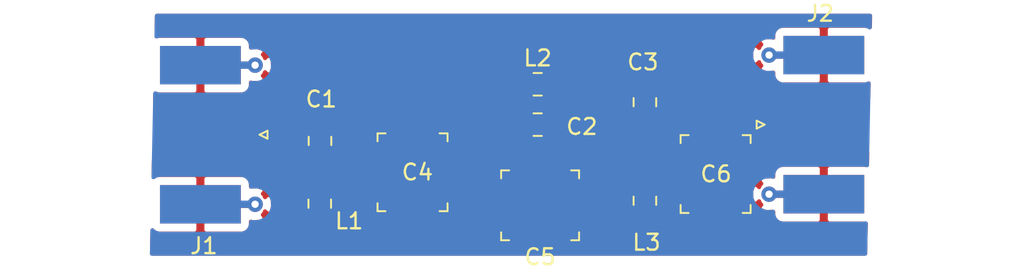
<source format=kicad_pcb>
(kicad_pcb (version 20171130) (host pcbnew "(5.0.2)-1")

  (general
    (thickness 1.6)
    (drawings 0)
    (tracks 35)
    (zones 0)
    (modules 11)
    (nets 6)
  )

  (page A4)
  (layers
    (0 F.Cu signal)
    (31 B.Cu signal)
    (32 B.Adhes user)
    (33 F.Adhes user)
    (34 B.Paste user)
    (35 F.Paste user)
    (36 B.SilkS user)
    (37 F.SilkS user)
    (38 B.Mask user)
    (39 F.Mask user)
    (40 Dwgs.User user)
    (41 Cmts.User user)
    (42 Eco1.User user)
    (43 Eco2.User user)
    (44 Edge.Cuts user)
    (45 Margin user)
    (46 B.CrtYd user)
    (47 F.CrtYd user)
    (48 B.Fab user)
    (49 F.Fab user)
  )

  (setup
    (last_trace_width 0.25)
    (trace_clearance 0.2)
    (zone_clearance 0.508)
    (zone_45_only no)
    (trace_min 0.2)
    (segment_width 0.2)
    (edge_width 0.15)
    (via_size 0.8)
    (via_drill 0.4)
    (via_min_size 0.4)
    (via_min_drill 0.3)
    (uvia_size 0.3)
    (uvia_drill 0.1)
    (uvias_allowed no)
    (uvia_min_size 0.2)
    (uvia_min_drill 0.1)
    (pcb_text_width 0.3)
    (pcb_text_size 1.5 1.5)
    (mod_edge_width 0.15)
    (mod_text_size 1 1)
    (mod_text_width 0.15)
    (pad_size 1.524 1.524)
    (pad_drill 0.762)
    (pad_to_mask_clearance 0.051)
    (solder_mask_min_width 0.25)
    (aux_axis_origin 0 0)
    (visible_elements 7FFDFFFF)
    (pcbplotparams
      (layerselection 0x00000_ffffffff)
      (usegerberextensions false)
      (usegerberattributes false)
      (usegerberadvancedattributes false)
      (creategerberjobfile false)
      (excludeedgelayer true)
      (linewidth 0.100000)
      (plotframeref false)
      (viasonmask false)
      (mode 1)
      (useauxorigin false)
      (hpglpennumber 1)
      (hpglpenspeed 20)
      (hpglpendiameter 15.000000)
      (psnegative false)
      (psa4output false)
      (plotreference true)
      (plotvalue true)
      (plotinvisibletext false)
      (padsonsilk false)
      (subtractmaskfromsilk false)
      (outputformat 1)
      (mirror false)
      (drillshape 0)
      (scaleselection 1)
      (outputdirectory "M60/"))
  )

  (net 0 "")
  (net 1 "Net-(C1-Pad1)")
  (net 2 "Net-(C1-Pad2)")
  (net 3 "Net-(C2-Pad1)")
  (net 4 "Net-(C3-Pad2)")
  (net 5 GND)

  (net_class Default "This is the default net class."
    (clearance 0.2)
    (trace_width 0.25)
    (via_dia 0.8)
    (via_drill 0.4)
    (uvia_dia 0.3)
    (uvia_drill 0.1)
    (add_net GND)
    (add_net "Net-(C1-Pad1)")
    (add_net "Net-(C1-Pad2)")
    (add_net "Net-(C2-Pad1)")
    (add_net "Net-(C3-Pad2)")
  )

  (module Capacitor_SMD:C_0805_2012Metric_Pad1.15x1.40mm_HandSolder (layer F.Cu) (tedit 5B36C52B) (tstamp 5CCAD9F2)
    (at 113.5634 84.21 270)
    (descr "Capacitor SMD 0805 (2012 Metric), square (rectangular) end terminal, IPC_7351 nominal with elongated pad for handsoldering. (Body size source: https://docs.google.com/spreadsheets/d/1BsfQQcO9C6DZCsRaXUlFlo91Tg2WpOkGARC1WS5S8t0/edit?usp=sharing), generated with kicad-footprint-generator")
    (tags "capacitor handsolder")
    (path /5CAD0F21)
    (attr smd)
    (fp_text reference C1 (at -2.6252 -0.0762) (layer F.SilkS)
      (effects (font (size 1 1) (thickness 0.15)))
    )
    (fp_text value 27pF (at 0 1.65 270) (layer F.Fab)
      (effects (font (size 1 1) (thickness 0.15)))
    )
    (fp_line (start -1 0.6) (end -1 -0.6) (layer F.Fab) (width 0.1))
    (fp_line (start -1 -0.6) (end 1 -0.6) (layer F.Fab) (width 0.1))
    (fp_line (start 1 -0.6) (end 1 0.6) (layer F.Fab) (width 0.1))
    (fp_line (start 1 0.6) (end -1 0.6) (layer F.Fab) (width 0.1))
    (fp_line (start -0.261252 -0.71) (end 0.261252 -0.71) (layer F.SilkS) (width 0.12))
    (fp_line (start -0.261252 0.71) (end 0.261252 0.71) (layer F.SilkS) (width 0.12))
    (fp_line (start -1.85 0.95) (end -1.85 -0.95) (layer F.CrtYd) (width 0.05))
    (fp_line (start -1.85 -0.95) (end 1.85 -0.95) (layer F.CrtYd) (width 0.05))
    (fp_line (start 1.85 -0.95) (end 1.85 0.95) (layer F.CrtYd) (width 0.05))
    (fp_line (start 1.85 0.95) (end -1.85 0.95) (layer F.CrtYd) (width 0.05))
    (fp_text user %R (at 0 0 270) (layer F.Fab)
      (effects (font (size 0.5 0.5) (thickness 0.08)))
    )
    (pad 1 smd roundrect (at -1.025 0 270) (size 1.15 1.4) (layers F.Cu F.Paste F.Mask) (roundrect_rratio 0.217391)
      (net 1 "Net-(C1-Pad1)"))
    (pad 2 smd roundrect (at 1.025 0 270) (size 1.15 1.4) (layers F.Cu F.Paste F.Mask) (roundrect_rratio 0.217391)
      (net 2 "Net-(C1-Pad2)"))
    (model ${KISYS3DMOD}/Capacitor_SMD.3dshapes/C_0805_2012Metric.wrl
      (at (xyz 0 0 0))
      (scale (xyz 1 1 1))
      (rotate (xyz 0 0 0))
    )
  )

  (module Capacitor_SMD:C_0805_2012Metric_Pad1.15x1.40mm_HandSolder (layer F.Cu) (tedit 5B36C52B) (tstamp 5CCADA03)
    (at 127.245 83.185 180)
    (descr "Capacitor SMD 0805 (2012 Metric), square (rectangular) end terminal, IPC_7351 nominal with elongated pad for handsoldering. (Body size source: https://docs.google.com/spreadsheets/d/1BsfQQcO9C6DZCsRaXUlFlo91Tg2WpOkGARC1WS5S8t0/edit?usp=sharing), generated with kicad-footprint-generator")
    (tags "capacitor handsolder")
    (path /5CAD10AE)
    (attr smd)
    (fp_text reference C2 (at -2.7776 -0.127 180) (layer F.SilkS)
      (effects (font (size 1 1) (thickness 0.15)))
    )
    (fp_text value 180pF (at 0 1.65 180) (layer F.Fab)
      (effects (font (size 1 1) (thickness 0.15)))
    )
    (fp_line (start -1 0.6) (end -1 -0.6) (layer F.Fab) (width 0.1))
    (fp_line (start -1 -0.6) (end 1 -0.6) (layer F.Fab) (width 0.1))
    (fp_line (start 1 -0.6) (end 1 0.6) (layer F.Fab) (width 0.1))
    (fp_line (start 1 0.6) (end -1 0.6) (layer F.Fab) (width 0.1))
    (fp_line (start -0.261252 -0.71) (end 0.261252 -0.71) (layer F.SilkS) (width 0.12))
    (fp_line (start -0.261252 0.71) (end 0.261252 0.71) (layer F.SilkS) (width 0.12))
    (fp_line (start -1.85 0.95) (end -1.85 -0.95) (layer F.CrtYd) (width 0.05))
    (fp_line (start -1.85 -0.95) (end 1.85 -0.95) (layer F.CrtYd) (width 0.05))
    (fp_line (start 1.85 -0.95) (end 1.85 0.95) (layer F.CrtYd) (width 0.05))
    (fp_line (start 1.85 0.95) (end -1.85 0.95) (layer F.CrtYd) (width 0.05))
    (fp_text user %R (at 0 0 180) (layer F.Fab)
      (effects (font (size 0.5 0.5) (thickness 0.08)))
    )
    (pad 1 smd roundrect (at -1.025 0 180) (size 1.15 1.4) (layers F.Cu F.Paste F.Mask) (roundrect_rratio 0.217391)
      (net 3 "Net-(C2-Pad1)"))
    (pad 2 smd roundrect (at 1.025 0 180) (size 1.15 1.4) (layers F.Cu F.Paste F.Mask) (roundrect_rratio 0.217391)
      (net 1 "Net-(C1-Pad1)"))
    (model ${KISYS3DMOD}/Capacitor_SMD.3dshapes/C_0805_2012Metric.wrl
      (at (xyz 0 0 0))
      (scale (xyz 1 1 1))
      (rotate (xyz 0 0 0))
    )
  )

  (module Capacitor_SMD:C_0805_2012Metric_Pad1.15x1.40mm_HandSolder (layer F.Cu) (tedit 5B36C52B) (tstamp 5CCADA14)
    (at 133.985 81.7716 270)
    (descr "Capacitor SMD 0805 (2012 Metric), square (rectangular) end terminal, IPC_7351 nominal with elongated pad for handsoldering. (Body size source: https://docs.google.com/spreadsheets/d/1BsfQQcO9C6DZCsRaXUlFlo91Tg2WpOkGARC1WS5S8t0/edit?usp=sharing), generated with kicad-footprint-generator")
    (tags "capacitor handsolder")
    (path /5CAD104E)
    (attr smd)
    (fp_text reference C3 (at -2.5236 0.127) (layer F.SilkS)
      (effects (font (size 1 1) (thickness 0.15)))
    )
    (fp_text value 27pF (at 0 1.65 270) (layer F.Fab)
      (effects (font (size 1 1) (thickness 0.15)))
    )
    (fp_text user %R (at 0 0 270) (layer F.Fab)
      (effects (font (size 0.5 0.5) (thickness 0.08)))
    )
    (fp_line (start 1.85 0.95) (end -1.85 0.95) (layer F.CrtYd) (width 0.05))
    (fp_line (start 1.85 -0.95) (end 1.85 0.95) (layer F.CrtYd) (width 0.05))
    (fp_line (start -1.85 -0.95) (end 1.85 -0.95) (layer F.CrtYd) (width 0.05))
    (fp_line (start -1.85 0.95) (end -1.85 -0.95) (layer F.CrtYd) (width 0.05))
    (fp_line (start -0.261252 0.71) (end 0.261252 0.71) (layer F.SilkS) (width 0.12))
    (fp_line (start -0.261252 -0.71) (end 0.261252 -0.71) (layer F.SilkS) (width 0.12))
    (fp_line (start 1 0.6) (end -1 0.6) (layer F.Fab) (width 0.1))
    (fp_line (start 1 -0.6) (end 1 0.6) (layer F.Fab) (width 0.1))
    (fp_line (start -1 -0.6) (end 1 -0.6) (layer F.Fab) (width 0.1))
    (fp_line (start -1 0.6) (end -1 -0.6) (layer F.Fab) (width 0.1))
    (pad 2 smd roundrect (at 1.025 0 270) (size 1.15 1.4) (layers F.Cu F.Paste F.Mask) (roundrect_rratio 0.217391)
      (net 4 "Net-(C3-Pad2)"))
    (pad 1 smd roundrect (at -1.025 0 270) (size 1.15 1.4) (layers F.Cu F.Paste F.Mask) (roundrect_rratio 0.217391)
      (net 3 "Net-(C2-Pad1)"))
    (model ${KISYS3DMOD}/Capacitor_SMD.3dshapes/C_0805_2012Metric.wrl
      (at (xyz 0 0 0))
      (scale (xyz 1 1 1))
      (rotate (xyz 0 0 0))
    )
  )

  (module Capacitor_SMD:C_Trimmer_Murata_TZB4-B (layer F.Cu) (tedit 590DA842) (tstamp 5CCADA3A)
    (at 119.38 86.185 270)
    (descr "trimmer capacitor SMD horizontal, http://www.murata.com/~/media/webrenewal/support/library/catalog/products/capacitor/trimmer/t13e.ashx?la=en-gb")
    (tags " Murata TZB4 TZB4-A")
    (path /5CBE46FC)
    (attr smd)
    (fp_text reference C4 (at -0.0028 -0.3048) (layer F.SilkS)
      (effects (font (size 1 1) (thickness 0.15)))
    )
    (fp_text value C_Variable (at 0 3.25 270) (layer F.Fab)
      (effects (font (size 1 1) (thickness 0.15)))
    )
    (fp_circle (center 0 0) (end 2 0) (layer F.Fab) (width 0.1))
    (fp_line (start -2.25 -2) (end -2.24 -2) (layer F.Fab) (width 0.1))
    (fp_line (start -2.24 -2) (end 2.24 -2) (layer F.Fab) (width 0.1))
    (fp_line (start 2.24 -2) (end 2.25 -2) (layer F.Fab) (width 0.1))
    (fp_line (start 2.25 -2) (end 2.25 -1.99) (layer F.Fab) (width 0.1))
    (fp_line (start 2.25 -1.99) (end 2.25 1.99) (layer F.Fab) (width 0.1))
    (fp_line (start 2.25 1.99) (end 2.25 2) (layer F.Fab) (width 0.1))
    (fp_line (start 2.25 2) (end 2.24 2) (layer F.Fab) (width 0.1))
    (fp_line (start 2.24 2) (end -2.24 2) (layer F.Fab) (width 0.1))
    (fp_line (start -2.24 2) (end -2.25 2) (layer F.Fab) (width 0.1))
    (fp_line (start -2.25 2) (end -2.25 1.99) (layer F.Fab) (width 0.1))
    (fp_line (start -2.25 1.99) (end -2.25 -1.99) (layer F.Fab) (width 0.1))
    (fp_line (start -2.25 -1.99) (end -2.25 -2) (layer F.Fab) (width 0.1))
    (fp_line (start 2.25 -0.6) (end 3.5 -0.6) (layer F.Fab) (width 0.1))
    (fp_line (start 3.5 -0.6) (end 3.5 0.6) (layer F.Fab) (width 0.1))
    (fp_line (start 3.5 0.6) (end 2.25 0.6) (layer F.Fab) (width 0.1))
    (fp_line (start -2.25 -0.6) (end -3.5 -0.6) (layer F.Fab) (width 0.1))
    (fp_line (start -3.5 -0.6) (end -3.5 0.6) (layer F.Fab) (width 0.1))
    (fp_line (start -3.5 0.6) (end -2.25 0.6) (layer F.Fab) (width 0.1))
    (fp_line (start -2.45 -2.2) (end -1.95 -2.2) (layer F.SilkS) (width 0.12))
    (fp_line (start -2.45 -2.2) (end -2.45 -1.7) (layer F.SilkS) (width 0.12))
    (fp_line (start -2.45 2.2) (end -1.95 2.2) (layer F.SilkS) (width 0.12))
    (fp_line (start -2.45 2.2) (end -2.45 1.7) (layer F.SilkS) (width 0.12))
    (fp_line (start 2.45 -2.2) (end 1.95 -2.2) (layer F.SilkS) (width 0.12))
    (fp_line (start 2.45 -2.2) (end 2.45 -1.7) (layer F.SilkS) (width 0.12))
    (fp_line (start 2.45 2.2) (end 1.95 2.2) (layer F.SilkS) (width 0.12))
    (fp_line (start 2.45 2.2) (end 2.45 1.7) (layer F.SilkS) (width 0.12))
    (fp_line (start -4.25 -2.25) (end -4.25 2.25) (layer F.CrtYd) (width 0.05))
    (fp_line (start -4.25 2.25) (end 4.25 2.25) (layer F.CrtYd) (width 0.05))
    (fp_line (start 4.25 2.25) (end 4.25 -2.25) (layer F.CrtYd) (width 0.05))
    (fp_line (start 4.25 -2.25) (end -4.25 -2.25) (layer F.CrtYd) (width 0.05))
    (fp_text user %R (at 0 0 270) (layer F.Fab)
      (effects (font (size 0.5 0.5) (thickness 0.05)))
    )
    (pad 1 smd rect (at -3 0 270) (size 2 1.6) (layers F.Cu F.Paste F.Mask)
      (net 1 "Net-(C1-Pad1)"))
    (pad 2 smd rect (at 3 0 270) (size 2 1.6) (layers F.Cu F.Paste F.Mask)
      (net 2 "Net-(C1-Pad2)"))
    (model ${KISYS3DMOD}/Capacitor_SMD.3dshapes/C_Trimmer_Murata_TZB4-B.wrl
      (at (xyz 0 0 0))
      (scale (xyz 1 1 1))
      (rotate (xyz 0 0 0))
    )
  )

  (module Capacitor_SMD:C_Trimmer_Murata_TZB4-B (layer F.Cu) (tedit 590DA842) (tstamp 5CCADA60)
    (at 127.39904 88.265 180)
    (descr "trimmer capacitor SMD horizontal, http://www.murata.com/~/media/webrenewal/support/library/catalog/products/capacitor/trimmer/t13e.ashx?la=en-gb")
    (tags " Murata TZB4 TZB4-A")
    (path /5CBE48FC)
    (attr smd)
    (fp_text reference C5 (at 0 -3.25 180) (layer F.SilkS)
      (effects (font (size 1 1) (thickness 0.15)))
    )
    (fp_text value C_Variable (at 0 3.25 180) (layer F.Fab)
      (effects (font (size 1 1) (thickness 0.15)))
    )
    (fp_text user %R (at 0 0 180) (layer F.Fab)
      (effects (font (size 0.5 0.5) (thickness 0.05)))
    )
    (fp_line (start 4.25 -2.25) (end -4.25 -2.25) (layer F.CrtYd) (width 0.05))
    (fp_line (start 4.25 2.25) (end 4.25 -2.25) (layer F.CrtYd) (width 0.05))
    (fp_line (start -4.25 2.25) (end 4.25 2.25) (layer F.CrtYd) (width 0.05))
    (fp_line (start -4.25 -2.25) (end -4.25 2.25) (layer F.CrtYd) (width 0.05))
    (fp_line (start 2.45 2.2) (end 2.45 1.7) (layer F.SilkS) (width 0.12))
    (fp_line (start 2.45 2.2) (end 1.95 2.2) (layer F.SilkS) (width 0.12))
    (fp_line (start 2.45 -2.2) (end 2.45 -1.7) (layer F.SilkS) (width 0.12))
    (fp_line (start 2.45 -2.2) (end 1.95 -2.2) (layer F.SilkS) (width 0.12))
    (fp_line (start -2.45 2.2) (end -2.45 1.7) (layer F.SilkS) (width 0.12))
    (fp_line (start -2.45 2.2) (end -1.95 2.2) (layer F.SilkS) (width 0.12))
    (fp_line (start -2.45 -2.2) (end -2.45 -1.7) (layer F.SilkS) (width 0.12))
    (fp_line (start -2.45 -2.2) (end -1.95 -2.2) (layer F.SilkS) (width 0.12))
    (fp_line (start -3.5 0.6) (end -2.25 0.6) (layer F.Fab) (width 0.1))
    (fp_line (start -3.5 -0.6) (end -3.5 0.6) (layer F.Fab) (width 0.1))
    (fp_line (start -2.25 -0.6) (end -3.5 -0.6) (layer F.Fab) (width 0.1))
    (fp_line (start 3.5 0.6) (end 2.25 0.6) (layer F.Fab) (width 0.1))
    (fp_line (start 3.5 -0.6) (end 3.5 0.6) (layer F.Fab) (width 0.1))
    (fp_line (start 2.25 -0.6) (end 3.5 -0.6) (layer F.Fab) (width 0.1))
    (fp_line (start -2.25 -1.99) (end -2.25 -2) (layer F.Fab) (width 0.1))
    (fp_line (start -2.25 1.99) (end -2.25 -1.99) (layer F.Fab) (width 0.1))
    (fp_line (start -2.25 2) (end -2.25 1.99) (layer F.Fab) (width 0.1))
    (fp_line (start -2.24 2) (end -2.25 2) (layer F.Fab) (width 0.1))
    (fp_line (start 2.24 2) (end -2.24 2) (layer F.Fab) (width 0.1))
    (fp_line (start 2.25 2) (end 2.24 2) (layer F.Fab) (width 0.1))
    (fp_line (start 2.25 1.99) (end 2.25 2) (layer F.Fab) (width 0.1))
    (fp_line (start 2.25 -1.99) (end 2.25 1.99) (layer F.Fab) (width 0.1))
    (fp_line (start 2.25 -2) (end 2.25 -1.99) (layer F.Fab) (width 0.1))
    (fp_line (start 2.24 -2) (end 2.25 -2) (layer F.Fab) (width 0.1))
    (fp_line (start -2.24 -2) (end 2.24 -2) (layer F.Fab) (width 0.1))
    (fp_line (start -2.25 -2) (end -2.24 -2) (layer F.Fab) (width 0.1))
    (fp_circle (center 0 0) (end 2 0) (layer F.Fab) (width 0.1))
    (pad 2 smd rect (at 3 0 180) (size 2 1.6) (layers F.Cu F.Paste F.Mask)
      (net 1 "Net-(C1-Pad1)"))
    (pad 1 smd rect (at -3 0 180) (size 2 1.6) (layers F.Cu F.Paste F.Mask)
      (net 3 "Net-(C2-Pad1)"))
    (model ${KISYS3DMOD}/Capacitor_SMD.3dshapes/C_Trimmer_Murata_TZB4-B.wrl
      (at (xyz 0 0 0))
      (scale (xyz 1 1 1))
      (rotate (xyz 0 0 0))
    )
  )

  (module Capacitor_SMD:C_Trimmer_Murata_TZB4-B (layer F.Cu) (tedit 590DA842) (tstamp 5CCADA86)
    (at 138.43 86.29676 270)
    (descr "trimmer capacitor SMD horizontal, http://www.murata.com/~/media/webrenewal/support/library/catalog/products/capacitor/trimmer/t13e.ashx?la=en-gb")
    (tags " Murata TZB4 TZB4-A")
    (path /5CBE4C60)
    (attr smd)
    (fp_text reference C6 (at 0 -0.0254) (layer F.SilkS)
      (effects (font (size 1 1) (thickness 0.15)))
    )
    (fp_text value C_Variable (at 0 3.25 270) (layer F.Fab)
      (effects (font (size 1 1) (thickness 0.15)))
    )
    (fp_circle (center 0 0) (end 2 0) (layer F.Fab) (width 0.1))
    (fp_line (start -2.25 -2) (end -2.24 -2) (layer F.Fab) (width 0.1))
    (fp_line (start -2.24 -2) (end 2.24 -2) (layer F.Fab) (width 0.1))
    (fp_line (start 2.24 -2) (end 2.25 -2) (layer F.Fab) (width 0.1))
    (fp_line (start 2.25 -2) (end 2.25 -1.99) (layer F.Fab) (width 0.1))
    (fp_line (start 2.25 -1.99) (end 2.25 1.99) (layer F.Fab) (width 0.1))
    (fp_line (start 2.25 1.99) (end 2.25 2) (layer F.Fab) (width 0.1))
    (fp_line (start 2.25 2) (end 2.24 2) (layer F.Fab) (width 0.1))
    (fp_line (start 2.24 2) (end -2.24 2) (layer F.Fab) (width 0.1))
    (fp_line (start -2.24 2) (end -2.25 2) (layer F.Fab) (width 0.1))
    (fp_line (start -2.25 2) (end -2.25 1.99) (layer F.Fab) (width 0.1))
    (fp_line (start -2.25 1.99) (end -2.25 -1.99) (layer F.Fab) (width 0.1))
    (fp_line (start -2.25 -1.99) (end -2.25 -2) (layer F.Fab) (width 0.1))
    (fp_line (start 2.25 -0.6) (end 3.5 -0.6) (layer F.Fab) (width 0.1))
    (fp_line (start 3.5 -0.6) (end 3.5 0.6) (layer F.Fab) (width 0.1))
    (fp_line (start 3.5 0.6) (end 2.25 0.6) (layer F.Fab) (width 0.1))
    (fp_line (start -2.25 -0.6) (end -3.5 -0.6) (layer F.Fab) (width 0.1))
    (fp_line (start -3.5 -0.6) (end -3.5 0.6) (layer F.Fab) (width 0.1))
    (fp_line (start -3.5 0.6) (end -2.25 0.6) (layer F.Fab) (width 0.1))
    (fp_line (start -2.45 -2.2) (end -1.95 -2.2) (layer F.SilkS) (width 0.12))
    (fp_line (start -2.45 -2.2) (end -2.45 -1.7) (layer F.SilkS) (width 0.12))
    (fp_line (start -2.45 2.2) (end -1.95 2.2) (layer F.SilkS) (width 0.12))
    (fp_line (start -2.45 2.2) (end -2.45 1.7) (layer F.SilkS) (width 0.12))
    (fp_line (start 2.45 -2.2) (end 1.95 -2.2) (layer F.SilkS) (width 0.12))
    (fp_line (start 2.45 -2.2) (end 2.45 -1.7) (layer F.SilkS) (width 0.12))
    (fp_line (start 2.45 2.2) (end 1.95 2.2) (layer F.SilkS) (width 0.12))
    (fp_line (start 2.45 2.2) (end 2.45 1.7) (layer F.SilkS) (width 0.12))
    (fp_line (start -4.25 -2.25) (end -4.25 2.25) (layer F.CrtYd) (width 0.05))
    (fp_line (start -4.25 2.25) (end 4.25 2.25) (layer F.CrtYd) (width 0.05))
    (fp_line (start 4.25 2.25) (end 4.25 -2.25) (layer F.CrtYd) (width 0.05))
    (fp_line (start 4.25 -2.25) (end -4.25 -2.25) (layer F.CrtYd) (width 0.05))
    (fp_text user %R (at 0 0 270) (layer F.Fab)
      (effects (font (size 0.5 0.5) (thickness 0.05)))
    )
    (pad 1 smd rect (at -3 0 270) (size 2 1.6) (layers F.Cu F.Paste F.Mask)
      (net 3 "Net-(C2-Pad1)"))
    (pad 2 smd rect (at 3 0 270) (size 2 1.6) (layers F.Cu F.Paste F.Mask)
      (net 4 "Net-(C3-Pad2)"))
    (model ${KISYS3DMOD}/Capacitor_SMD.3dshapes/C_Trimmer_Murata_TZB4-B.wrl
      (at (xyz 0 0 0))
      (scale (xyz 1 1 1))
      (rotate (xyz 0 0 0))
    )
  )

  (module Connector_Coaxial:SMA_Molex_73251-1153_EdgeMount_Horizontal (layer F.Cu) (tedit 5A1B666F) (tstamp 5CC62090)
    (at 107.765 83.82)
    (descr "Molex SMA RF Connectors, Edge Mount, (http://www.molex.com/pdm_docs/sd/732511150_sd.pdf)")
    (tags "sma edge")
    (path /5CAD16E0)
    (attr smd)
    (fp_text reference J1 (at -1.5 7) (layer F.SilkS)
      (effects (font (size 1 1) (thickness 0.15)))
    )
    (fp_text value Conn_Coaxial (at -1.72 -7.11) (layer F.Fab)
      (effects (font (size 1 1) (thickness 0.15)))
    )
    (fp_text user %R (at -1.5 7) (layer F.Fab)
      (effects (font (size 1 1) (thickness 0.15)))
    )
    (fp_line (start 2.5 0.25) (end 2.5 -0.25) (layer F.Fab) (width 0.1))
    (fp_line (start 2 0) (end 2.5 0.25) (layer F.Fab) (width 0.1))
    (fp_line (start 2.5 -0.25) (end 2 0) (layer F.Fab) (width 0.1))
    (fp_line (start 2.5 0.25) (end 2 0) (layer F.SilkS) (width 0.12))
    (fp_line (start 2.5 -0.25) (end 2.5 0.25) (layer F.SilkS) (width 0.12))
    (fp_line (start 2 0) (end 2.5 -0.25) (layer F.SilkS) (width 0.12))
    (fp_line (start -4.76 -0.38) (end 0.49 -0.38) (layer F.Fab) (width 0.1))
    (fp_line (start -4.76 0.38) (end 0.49 0.38) (layer F.Fab) (width 0.1))
    (fp_line (start 0.49 -0.38) (end 0.49 0.38) (layer F.Fab) (width 0.1))
    (fp_line (start 0.49 3.75) (end 0.49 4.76) (layer F.Fab) (width 0.1))
    (fp_line (start 0.49 -4.76) (end 0.49 -3.75) (layer F.Fab) (width 0.1))
    (fp_line (start -14.29 -6.09) (end -14.29 6.09) (layer F.CrtYd) (width 0.05))
    (fp_line (start -14.29 6.09) (end 2.71 6.09) (layer F.CrtYd) (width 0.05))
    (fp_line (start 2.71 -6.09) (end 2.71 6.09) (layer B.CrtYd) (width 0.05))
    (fp_line (start -14.29 -6.09) (end 2.71 -6.09) (layer B.CrtYd) (width 0.05))
    (fp_line (start -14.29 -6.09) (end -14.29 6.09) (layer B.CrtYd) (width 0.05))
    (fp_line (start -14.29 6.09) (end 2.71 6.09) (layer B.CrtYd) (width 0.05))
    (fp_line (start 2.71 -6.09) (end 2.71 6.09) (layer F.CrtYd) (width 0.05))
    (fp_line (start 2.71 -6.09) (end -14.29 -6.09) (layer F.CrtYd) (width 0.05))
    (fp_line (start -4.76 -3.75) (end 0.49 -3.75) (layer F.Fab) (width 0.1))
    (fp_line (start -4.76 3.75) (end 0.49 3.75) (layer F.Fab) (width 0.1))
    (fp_line (start -13.79 -2.65) (end -5.91 -2.65) (layer F.Fab) (width 0.1))
    (fp_line (start -13.79 -2.65) (end -13.79 2.65) (layer F.Fab) (width 0.1))
    (fp_line (start -13.79 2.65) (end -5.91 2.65) (layer F.Fab) (width 0.1))
    (fp_line (start -4.76 -3.75) (end -4.76 3.75) (layer F.Fab) (width 0.1))
    (fp_line (start 0.49 -4.76) (end -5.91 -4.76) (layer F.Fab) (width 0.1))
    (fp_line (start -5.91 -4.76) (end -5.91 4.76) (layer F.Fab) (width 0.1))
    (fp_line (start -5.91 4.76) (end 0.49 4.76) (layer F.Fab) (width 0.1))
    (pad 1 smd rect (at -1.72 0) (size 5.08 2.29) (layers F.Cu F.Paste F.Mask)
      (net 1 "Net-(C1-Pad1)"))
    (pad 2 smd rect (at -1.72 -4.38) (size 5.08 2.42) (layers F.Cu F.Paste F.Mask)
      (net 5 GND))
    (pad 2 smd rect (at -1.72 4.38) (size 5.08 2.42) (layers F.Cu F.Paste F.Mask)
      (net 5 GND))
    (pad 2 smd rect (at -1.72 -4.38) (size 5.08 2.42) (layers B.Cu B.Paste B.Mask)
      (net 5 GND))
    (pad 2 smd rect (at -1.72 4.38) (size 5.08 2.42) (layers B.Cu B.Paste B.Mask)
      (net 5 GND))
    (pad 2 thru_hole circle (at 1.72 -4.38) (size 0.97 0.97) (drill 0.46) (layers *.Cu)
      (net 5 GND))
    (pad 2 thru_hole circle (at 1.72 4.38) (size 0.97 0.97) (drill 0.46) (layers *.Cu)
      (net 5 GND))
    (pad 2 smd rect (at 1.27 -4.38) (size 0.95 0.46) (layers F.Cu)
      (net 5 GND))
    (pad 2 smd rect (at 1.27 4.38) (size 0.95 0.46) (layers F.Cu)
      (net 5 GND))
    (pad 2 smd rect (at 1.27 -4.38) (size 0.95 0.46) (layers B.Cu)
      (net 5 GND))
    (pad 2 smd rect (at 1.27 4.38) (size 0.95 0.46) (layers B.Cu)
      (net 5 GND))
    (model ${KISYS3DMOD}/Connector_Coaxial.3dshapes/SMA_Molex_73251-1153_EdgeMount_Horizontal.wrl
      (at (xyz 0 0 0))
      (scale (xyz 1 1 1))
      (rotate (xyz 0 0 0))
    )
  )

  (module Connector_Coaxial:SMA_Molex_73251-1153_EdgeMount_Horizontal (layer F.Cu) (tedit 5A1B666F) (tstamp 5CCADADE)
    (at 143.51 83.185 180)
    (descr "Molex SMA RF Connectors, Edge Mount, (http://www.molex.com/pdm_docs/sd/732511150_sd.pdf)")
    (tags "sma edge")
    (path /5CAD1901)
    (attr smd)
    (fp_text reference J2 (at -1.5 7 180) (layer F.SilkS)
      (effects (font (size 1 1) (thickness 0.15)))
    )
    (fp_text value Conn_Coaxial (at -1.72 -7.11 180) (layer F.Fab)
      (effects (font (size 1 1) (thickness 0.15)))
    )
    (fp_line (start -5.91 4.76) (end 0.49 4.76) (layer F.Fab) (width 0.1))
    (fp_line (start -5.91 -4.76) (end -5.91 4.76) (layer F.Fab) (width 0.1))
    (fp_line (start 0.49 -4.76) (end -5.91 -4.76) (layer F.Fab) (width 0.1))
    (fp_line (start -4.76 -3.75) (end -4.76 3.75) (layer F.Fab) (width 0.1))
    (fp_line (start -13.79 2.65) (end -5.91 2.65) (layer F.Fab) (width 0.1))
    (fp_line (start -13.79 -2.65) (end -13.79 2.65) (layer F.Fab) (width 0.1))
    (fp_line (start -13.79 -2.65) (end -5.91 -2.65) (layer F.Fab) (width 0.1))
    (fp_line (start -4.76 3.75) (end 0.49 3.75) (layer F.Fab) (width 0.1))
    (fp_line (start -4.76 -3.75) (end 0.49 -3.75) (layer F.Fab) (width 0.1))
    (fp_line (start 2.71 -6.09) (end -14.29 -6.09) (layer F.CrtYd) (width 0.05))
    (fp_line (start 2.71 -6.09) (end 2.71 6.09) (layer F.CrtYd) (width 0.05))
    (fp_line (start -14.29 6.09) (end 2.71 6.09) (layer B.CrtYd) (width 0.05))
    (fp_line (start -14.29 -6.09) (end -14.29 6.09) (layer B.CrtYd) (width 0.05))
    (fp_line (start -14.29 -6.09) (end 2.71 -6.09) (layer B.CrtYd) (width 0.05))
    (fp_line (start 2.71 -6.09) (end 2.71 6.09) (layer B.CrtYd) (width 0.05))
    (fp_line (start -14.29 6.09) (end 2.71 6.09) (layer F.CrtYd) (width 0.05))
    (fp_line (start -14.29 -6.09) (end -14.29 6.09) (layer F.CrtYd) (width 0.05))
    (fp_line (start 0.49 -4.76) (end 0.49 -3.75) (layer F.Fab) (width 0.1))
    (fp_line (start 0.49 3.75) (end 0.49 4.76) (layer F.Fab) (width 0.1))
    (fp_line (start 0.49 -0.38) (end 0.49 0.38) (layer F.Fab) (width 0.1))
    (fp_line (start -4.76 0.38) (end 0.49 0.38) (layer F.Fab) (width 0.1))
    (fp_line (start -4.76 -0.38) (end 0.49 -0.38) (layer F.Fab) (width 0.1))
    (fp_line (start 2 0) (end 2.5 -0.25) (layer F.SilkS) (width 0.12))
    (fp_line (start 2.5 -0.25) (end 2.5 0.25) (layer F.SilkS) (width 0.12))
    (fp_line (start 2.5 0.25) (end 2 0) (layer F.SilkS) (width 0.12))
    (fp_line (start 2.5 -0.25) (end 2 0) (layer F.Fab) (width 0.1))
    (fp_line (start 2 0) (end 2.5 0.25) (layer F.Fab) (width 0.1))
    (fp_line (start 2.5 0.25) (end 2.5 -0.25) (layer F.Fab) (width 0.1))
    (fp_text user %R (at -1.5 7 180) (layer F.Fab)
      (effects (font (size 1 1) (thickness 0.15)))
    )
    (pad 2 smd rect (at 1.27 4.38 180) (size 0.95 0.46) (layers B.Cu)
      (net 5 GND))
    (pad 2 smd rect (at 1.27 -4.38 180) (size 0.95 0.46) (layers B.Cu)
      (net 5 GND))
    (pad 2 smd rect (at 1.27 4.38 180) (size 0.95 0.46) (layers F.Cu)
      (net 5 GND))
    (pad 2 smd rect (at 1.27 -4.38 180) (size 0.95 0.46) (layers F.Cu)
      (net 5 GND))
    (pad 2 thru_hole circle (at 1.72 4.38 180) (size 0.97 0.97) (drill 0.46) (layers *.Cu)
      (net 5 GND))
    (pad 2 thru_hole circle (at 1.72 -4.38 180) (size 0.97 0.97) (drill 0.46) (layers *.Cu)
      (net 5 GND))
    (pad 2 smd rect (at -1.72 4.38 180) (size 5.08 2.42) (layers B.Cu B.Paste B.Mask)
      (net 5 GND))
    (pad 2 smd rect (at -1.72 -4.38 180) (size 5.08 2.42) (layers B.Cu B.Paste B.Mask)
      (net 5 GND))
    (pad 2 smd rect (at -1.72 4.38 180) (size 5.08 2.42) (layers F.Cu F.Paste F.Mask)
      (net 5 GND))
    (pad 2 smd rect (at -1.72 -4.38 180) (size 5.08 2.42) (layers F.Cu F.Paste F.Mask)
      (net 5 GND))
    (pad 1 smd rect (at -1.72 0 180) (size 5.08 2.29) (layers F.Cu F.Paste F.Mask)
      (net 3 "Net-(C2-Pad1)"))
    (model ${KISYS3DMOD}/Connector_Coaxial.3dshapes/SMA_Molex_73251-1153_EdgeMount_Horizontal.wrl
      (at (xyz 0 0 0))
      (scale (xyz 1 1 1))
      (rotate (xyz 0 0 0))
    )
  )

  (module Inductor_SMD:L_0805_2012Metric_Pad1.15x1.40mm_HandSolder (layer F.Cu) (tedit 5B36C52B) (tstamp 5CCADAEF)
    (at 113.54816 88.16224 270)
    (descr "Capacitor SMD 0805 (2012 Metric), square (rectangular) end terminal, IPC_7351 nominal with elongated pad for handsoldering. (Body size source: https://docs.google.com/spreadsheets/d/1BsfQQcO9C6DZCsRaXUlFlo91Tg2WpOkGARC1WS5S8t0/edit?usp=sharing), generated with kicad-footprint-generator")
    (tags "inductor handsolder")
    (path /5CAD11AF)
    (attr smd)
    (fp_text reference L1 (at 1.09336 -1.84404) (layer F.SilkS)
      (effects (font (size 1 1) (thickness 0.15)))
    )
    (fp_text value 510nH (at 0 1.65 270) (layer F.Fab)
      (effects (font (size 1 1) (thickness 0.15)))
    )
    (fp_text user %R (at 0 0 270) (layer F.Fab)
      (effects (font (size 0.5 0.5) (thickness 0.08)))
    )
    (fp_line (start 1.85 0.95) (end -1.85 0.95) (layer F.CrtYd) (width 0.05))
    (fp_line (start 1.85 -0.95) (end 1.85 0.95) (layer F.CrtYd) (width 0.05))
    (fp_line (start -1.85 -0.95) (end 1.85 -0.95) (layer F.CrtYd) (width 0.05))
    (fp_line (start -1.85 0.95) (end -1.85 -0.95) (layer F.CrtYd) (width 0.05))
    (fp_line (start -0.261252 0.71) (end 0.261252 0.71) (layer F.SilkS) (width 0.12))
    (fp_line (start -0.261252 -0.71) (end 0.261252 -0.71) (layer F.SilkS) (width 0.12))
    (fp_line (start 1 0.6) (end -1 0.6) (layer F.Fab) (width 0.1))
    (fp_line (start 1 -0.6) (end 1 0.6) (layer F.Fab) (width 0.1))
    (fp_line (start -1 -0.6) (end 1 -0.6) (layer F.Fab) (width 0.1))
    (fp_line (start -1 0.6) (end -1 -0.6) (layer F.Fab) (width 0.1))
    (pad 2 smd roundrect (at 1.025 0 270) (size 1.15 1.4) (layers F.Cu F.Paste F.Mask) (roundrect_rratio 0.217391)
      (net 5 GND))
    (pad 1 smd roundrect (at -1.025 0 270) (size 1.15 1.4) (layers F.Cu F.Paste F.Mask) (roundrect_rratio 0.217391)
      (net 2 "Net-(C1-Pad2)"))
    (model ${KISYS3DMOD}/Inductor_SMD.3dshapes/L_0805_2012Metric.wrl
      (at (xyz 0 0 0))
      (scale (xyz 1 1 1))
      (rotate (xyz 0 0 0))
    )
  )

  (module Inductor_SMD:L_0805_2012Metric_Pad1.15x1.40mm_HandSolder (layer F.Cu) (tedit 5B36C52B) (tstamp 5CCADB00)
    (at 127.245 80.645)
    (descr "Capacitor SMD 0805 (2012 Metric), square (rectangular) end terminal, IPC_7351 nominal with elongated pad for handsoldering. (Body size source: https://docs.google.com/spreadsheets/d/1BsfQQcO9C6DZCsRaXUlFlo91Tg2WpOkGARC1WS5S8t0/edit?usp=sharing), generated with kicad-footprint-generator")
    (tags "inductor handsolder")
    (path /5CAD1149)
    (attr smd)
    (fp_text reference L2 (at 0 -1.65) (layer F.SilkS)
      (effects (font (size 1 1) (thickness 0.15)))
    )
    (fp_text value 75nH (at 0 1.65) (layer F.Fab)
      (effects (font (size 1 1) (thickness 0.15)))
    )
    (fp_line (start -1 0.6) (end -1 -0.6) (layer F.Fab) (width 0.1))
    (fp_line (start -1 -0.6) (end 1 -0.6) (layer F.Fab) (width 0.1))
    (fp_line (start 1 -0.6) (end 1 0.6) (layer F.Fab) (width 0.1))
    (fp_line (start 1 0.6) (end -1 0.6) (layer F.Fab) (width 0.1))
    (fp_line (start -0.261252 -0.71) (end 0.261252 -0.71) (layer F.SilkS) (width 0.12))
    (fp_line (start -0.261252 0.71) (end 0.261252 0.71) (layer F.SilkS) (width 0.12))
    (fp_line (start -1.85 0.95) (end -1.85 -0.95) (layer F.CrtYd) (width 0.05))
    (fp_line (start -1.85 -0.95) (end 1.85 -0.95) (layer F.CrtYd) (width 0.05))
    (fp_line (start 1.85 -0.95) (end 1.85 0.95) (layer F.CrtYd) (width 0.05))
    (fp_line (start 1.85 0.95) (end -1.85 0.95) (layer F.CrtYd) (width 0.05))
    (fp_text user %R (at 0 0) (layer F.Fab)
      (effects (font (size 0.5 0.5) (thickness 0.08)))
    )
    (pad 1 smd roundrect (at -1.025 0) (size 1.15 1.4) (layers F.Cu F.Paste F.Mask) (roundrect_rratio 0.217391)
      (net 1 "Net-(C1-Pad1)"))
    (pad 2 smd roundrect (at 1.025 0) (size 1.15 1.4) (layers F.Cu F.Paste F.Mask) (roundrect_rratio 0.217391)
      (net 3 "Net-(C2-Pad1)"))
    (model ${KISYS3DMOD}/Inductor_SMD.3dshapes/L_0805_2012Metric.wrl
      (at (xyz 0 0 0))
      (scale (xyz 1 1 1))
      (rotate (xyz 0 0 0))
    )
  )

  (module Inductor_SMD:L_0805_2012Metric_Pad1.15x1.40mm_HandSolder (layer F.Cu) (tedit 5B36C52B) (tstamp 5CCADB11)
    (at 133.985 87.9766 270)
    (descr "Capacitor SMD 0805 (2012 Metric), square (rectangular) end terminal, IPC_7351 nominal with elongated pad for handsoldering. (Body size source: https://docs.google.com/spreadsheets/d/1BsfQQcO9C6DZCsRaXUlFlo91Tg2WpOkGARC1WS5S8t0/edit?usp=sharing), generated with kicad-footprint-generator")
    (tags "inductor handsolder")
    (path /5CAD1219)
    (attr smd)
    (fp_text reference L3 (at 2.6252 -0.1016) (layer F.SilkS)
      (effects (font (size 1 1) (thickness 0.15)))
    )
    (fp_text value 510nH (at 0 1.65 270) (layer F.Fab)
      (effects (font (size 1 1) (thickness 0.15)))
    )
    (fp_line (start -1 0.6) (end -1 -0.6) (layer F.Fab) (width 0.1))
    (fp_line (start -1 -0.6) (end 1 -0.6) (layer F.Fab) (width 0.1))
    (fp_line (start 1 -0.6) (end 1 0.6) (layer F.Fab) (width 0.1))
    (fp_line (start 1 0.6) (end -1 0.6) (layer F.Fab) (width 0.1))
    (fp_line (start -0.261252 -0.71) (end 0.261252 -0.71) (layer F.SilkS) (width 0.12))
    (fp_line (start -0.261252 0.71) (end 0.261252 0.71) (layer F.SilkS) (width 0.12))
    (fp_line (start -1.85 0.95) (end -1.85 -0.95) (layer F.CrtYd) (width 0.05))
    (fp_line (start -1.85 -0.95) (end 1.85 -0.95) (layer F.CrtYd) (width 0.05))
    (fp_line (start 1.85 -0.95) (end 1.85 0.95) (layer F.CrtYd) (width 0.05))
    (fp_line (start 1.85 0.95) (end -1.85 0.95) (layer F.CrtYd) (width 0.05))
    (fp_text user %R (at 0 0 270) (layer F.Fab)
      (effects (font (size 0.5 0.5) (thickness 0.08)))
    )
    (pad 1 smd roundrect (at -1.025 0 270) (size 1.15 1.4) (layers F.Cu F.Paste F.Mask) (roundrect_rratio 0.217391)
      (net 4 "Net-(C3-Pad2)"))
    (pad 2 smd roundrect (at 1.025 0 270) (size 1.15 1.4) (layers F.Cu F.Paste F.Mask) (roundrect_rratio 0.217391)
      (net 5 GND))
    (model ${KISYS3DMOD}/Inductor_SMD.3dshapes/L_0805_2012Metric.wrl
      (at (xyz 0 0 0))
      (scale (xyz 1 1 1))
      (rotate (xyz 0 0 0))
    )
  )

  (segment (start 112.9284 83.82) (end 113.5634 83.185) (width 0.762) (layer F.Cu) (net 1))
  (segment (start 106.045 83.82) (end 112.9284 83.82) (width 0.762) (layer F.Cu) (net 1))
  (segment (start 113.5634 83.185) (end 126.22 83.185) (width 0.762) (layer F.Cu) (net 1))
  (segment (start 126.22 80.645) (end 126.22 83.185) (width 0.508) (layer F.Cu) (net 1))
  (segment (start 124.39904 85.00596) (end 124.39904 88.265) (width 0.762) (layer F.Cu) (net 1))
  (segment (start 126.22 83.185) (end 124.39904 85.00596) (width 0.762) (layer F.Cu) (net 1))
  (segment (start 113.5634 87.122) (end 113.54816 87.13724) (width 0.25) (layer F.Cu) (net 2))
  (segment (start 113.5634 85.235) (end 113.5634 87.122) (width 0.762) (layer F.Cu) (net 2))
  (segment (start 119.38 88.985) (end 119.38 89.185) (width 0.25) (layer F.Cu) (net 2))
  (segment (start 117.53224 87.13724) (end 119.38 88.985) (width 0.762) (layer F.Cu) (net 2))
  (segment (start 113.54816 87.13724) (end 117.53224 87.13724) (width 0.762) (layer F.Cu) (net 2))
  (segment (start 128.27 80.645) (end 128.27 83.185) (width 0.762) (layer F.Cu) (net 3))
  (segment (start 130.19904 88.265) (end 130.39904 88.265) (width 0.25) (layer F.Cu) (net 3))
  (segment (start 128.27 86.33596) (end 130.19904 88.265) (width 0.762) (layer F.Cu) (net 3))
  (segment (start 128.27 83.185) (end 128.27 86.33596) (width 0.762) (layer F.Cu) (net 3))
  (segment (start 133.8834 80.645) (end 133.985 80.7466) (width 0.25) (layer F.Cu) (net 3))
  (segment (start 128.27 80.645) (end 133.8834 80.645) (width 0.762) (layer F.Cu) (net 3))
  (segment (start 138.43 83.09676) (end 138.43 83.29676) (width 0.25) (layer F.Cu) (net 3))
  (segment (start 133.985 80.7466) (end 136.07984 80.7466) (width 0.762) (layer F.Cu) (net 3))
  (segment (start 138.51824 83.185) (end 145.23 83.185) (width 0.762) (layer F.Cu) (net 3))
  (segment (start 136.61324 81.28) (end 138.51824 83.185) (width 0.762) (layer F.Cu) (net 3))
  (segment (start 136.61324 81.28) (end 138.43 83.09676) (width 0.25) (layer F.Cu) (net 3))
  (segment (start 136.07984 80.7466) (end 136.61324 81.28) (width 0.762) (layer F.Cu) (net 3))
  (segment (start 133.985 82.7966) (end 133.985 86.9516) (width 0.762) (layer F.Cu) (net 4))
  (segment (start 138.43 89.09676) (end 138.43 89.29676) (width 0.25) (layer F.Cu) (net 4))
  (segment (start 136.28484 86.9516) (end 138.43 89.09676) (width 0.762) (layer F.Cu) (net 4))
  (segment (start 133.985 86.9516) (end 136.28484 86.9516) (width 0.762) (layer F.Cu) (net 4))
  (segment (start 141.79 78.805) (end 145.23 78.805) (width 0.25) (layer F.Cu) (net 5))
  (segment (start 141.79 87.565) (end 145.23 87.565) (width 0.25) (layer F.Cu) (net 5))
  (segment (start 109.485 88.2) (end 106.045 88.2) (width 0.25) (layer F.Cu) (net 5))
  (segment (start 109.485 79.44) (end 106.045 79.44) (width 0.25) (layer F.Cu) (net 5))
  (segment (start 106.045 79.44) (end 109.035 79.44) (width 0.25) (layer B.Cu) (net 5))
  (segment (start 106.045 88.2) (end 109.485 88.2) (width 0.25) (layer B.Cu) (net 5))
  (segment (start 141.79 87.565) (end 145.23 87.565) (width 0.25) (layer B.Cu) (net 5))
  (segment (start 142.24 78.805) (end 145.23 78.805) (width 0.25) (layer B.Cu) (net 5))

  (zone (net 5) (net_name GND) (layer F.Cu) (tstamp 5CCAF0A1) (hatch edge 0.508)
    (connect_pads (clearance 0.508))
    (min_thickness 0.254)
    (fill yes (arc_segments 16) (thermal_gap 0.508) (thermal_bridge_width 0.508))
    (polygon
      (pts
        (xy 103.1875 76.2) (xy 102.87 91.44) (xy 147.955 91.44) (xy 148.2725 76.2)
      )
    )
    (filled_polygon
      (pts
        (xy 132.900414 81.706186) (xy 132.998313 81.7716) (xy 132.900414 81.837014) (xy 132.705873 82.128164) (xy 132.63756 82.471599)
        (xy 132.63756 83.121601) (xy 132.705873 83.465036) (xy 132.900414 83.756186) (xy 132.969 83.802014) (xy 132.969001 85.946186)
        (xy 132.900414 85.992014) (xy 132.705873 86.283164) (xy 132.63756 86.626599) (xy 132.63756 87.276601) (xy 132.705873 87.620036)
        (xy 132.900414 87.911186) (xy 132.901597 87.911977) (xy 132.746673 88.066902) (xy 132.65 88.300291) (xy 132.65 88.71585)
        (xy 132.80875 88.8746) (xy 133.858 88.8746) (xy 133.858 88.8546) (xy 134.112 88.8546) (xy 134.112 88.8746)
        (xy 135.16125 88.8746) (xy 135.32 88.71585) (xy 135.32 88.300291) (xy 135.223327 88.066902) (xy 135.124026 87.9676)
        (xy 135.864 87.9676) (xy 136.98256 89.086161) (xy 136.98256 90.29676) (xy 137.031843 90.544525) (xy 137.172191 90.754569)
        (xy 137.382235 90.894917) (xy 137.63 90.9442) (xy 139.23 90.9442) (xy 139.477765 90.894917) (xy 139.687809 90.754569)
        (xy 139.828157 90.544525) (xy 139.87744 90.29676) (xy 139.87744 88.29676) (xy 139.828157 88.048995) (xy 139.687809 87.838951)
        (xy 139.477765 87.698603) (xy 139.23 87.64932) (xy 138.419401 87.64932) (xy 138.193645 87.423564) (xy 140.656851 87.423564)
        (xy 140.688982 87.867968) (xy 140.797232 88.129308) (xy 141.0108 88.164595) (xy 141.166344 88.009051) (xy 141.226673 88.154699)
        (xy 141.30329 88.231315) (xy 141.190405 88.3442) (xy 141.225692 88.557768) (xy 141.648564 88.698149) (xy 142.055 88.668763)
        (xy 142.055 88.90131) (xy 142.151673 89.134699) (xy 142.330302 89.313327) (xy 142.563691 89.41) (xy 144.94425 89.41)
        (xy 145.103 89.25125) (xy 145.103 87.692) (xy 145.083 87.692) (xy 145.083 87.438) (xy 145.103 87.438)
        (xy 145.103 85.87875) (xy 144.94425 85.72) (xy 142.563691 85.72) (xy 142.330302 85.816673) (xy 142.151673 85.995301)
        (xy 142.055 86.22869) (xy 142.055 86.472871) (xy 141.931436 86.431851) (xy 141.487032 86.463982) (xy 141.225692 86.572232)
        (xy 141.190405 86.7858) (xy 141.30329 86.898685) (xy 141.226673 86.975301) (xy 141.166344 87.120949) (xy 141.0108 86.965405)
        (xy 140.797232 87.000692) (xy 140.656851 87.423564) (xy 138.193645 87.423564) (xy 137.07402 86.30394) (xy 137.017335 86.219105)
        (xy 136.681263 85.994549) (xy 136.384905 85.9356) (xy 136.384903 85.9356) (xy 136.28484 85.915696) (xy 136.184777 85.9356)
        (xy 135.001 85.9356) (xy 135.001 83.802014) (xy 135.069586 83.756186) (xy 135.264127 83.465036) (xy 135.33244 83.121601)
        (xy 135.33244 82.471599) (xy 135.264127 82.128164) (xy 135.069586 81.837014) (xy 134.971687 81.7716) (xy 134.985157 81.7626)
        (xy 135.659 81.7626) (xy 135.824063 81.927663) (xy 136.98256 83.086161) (xy 136.98256 84.29676) (xy 137.031843 84.544525)
        (xy 137.172191 84.754569) (xy 137.382235 84.894917) (xy 137.63 84.9442) (xy 139.23 84.9442) (xy 139.477765 84.894917)
        (xy 139.687809 84.754569) (xy 139.828157 84.544525) (xy 139.87744 84.29676) (xy 139.87744 84.201) (xy 142.04256 84.201)
        (xy 142.04256 84.33) (xy 142.091843 84.577765) (xy 142.232191 84.787809) (xy 142.442235 84.928157) (xy 142.69 84.97744)
        (xy 147.77 84.97744) (xy 147.963411 84.938969) (xy 147.946705 85.740875) (xy 147.896309 85.72) (xy 145.51575 85.72)
        (xy 145.357 85.87875) (xy 145.357 87.438) (xy 145.377 87.438) (xy 145.377 87.692) (xy 145.357 87.692)
        (xy 145.357 89.25125) (xy 145.51575 89.41) (xy 147.870265 89.41) (xy 147.830619 91.313) (xy 102.999673 91.313)
        (xy 103.030495 89.833521) (xy 103.145302 89.948327) (xy 103.378691 90.045) (xy 105.75925 90.045) (xy 105.918 89.88625)
        (xy 105.918 88.327) (xy 105.898 88.327) (xy 105.898 88.073) (xy 105.918 88.073) (xy 105.918 86.51375)
        (xy 106.172 86.51375) (xy 106.172 88.073) (xy 106.192 88.073) (xy 106.192 88.327) (xy 106.172 88.327)
        (xy 106.172 89.88625) (xy 106.33075 90.045) (xy 108.711309 90.045) (xy 108.944698 89.948327) (xy 109.123327 89.769699)
        (xy 109.22 89.53631) (xy 109.22 89.47299) (xy 112.21316 89.47299) (xy 112.21316 89.888549) (xy 112.309833 90.121938)
        (xy 112.488461 90.300567) (xy 112.72185 90.39724) (xy 113.26241 90.39724) (xy 113.42116 90.23849) (xy 113.42116 89.31424)
        (xy 113.67516 89.31424) (xy 113.67516 90.23849) (xy 113.83391 90.39724) (xy 114.37447 90.39724) (xy 114.607859 90.300567)
        (xy 114.786487 90.121938) (xy 114.88316 89.888549) (xy 114.88316 89.47299) (xy 114.72441 89.31424) (xy 113.67516 89.31424)
        (xy 113.42116 89.31424) (xy 112.37191 89.31424) (xy 112.21316 89.47299) (xy 109.22 89.47299) (xy 109.22 89.292129)
        (xy 109.343564 89.333149) (xy 109.787968 89.301018) (xy 110.049308 89.192768) (xy 110.084595 88.9792) (xy 109.97171 88.866315)
        (xy 110.048327 88.789699) (xy 110.108656 88.644051) (xy 110.2642 88.799595) (xy 110.477768 88.764308) (xy 110.618149 88.341436)
        (xy 110.586018 87.897032) (xy 110.477768 87.635692) (xy 110.2642 87.600405) (xy 110.108656 87.755949) (xy 110.048327 87.610301)
        (xy 109.97171 87.533685) (xy 110.084595 87.4208) (xy 110.049308 87.207232) (xy 109.626436 87.066851) (xy 109.22 87.096237)
        (xy 109.22 86.86369) (xy 109.123327 86.630301) (xy 108.944698 86.451673) (xy 108.711309 86.355) (xy 106.33075 86.355)
        (xy 106.172 86.51375) (xy 105.918 86.51375) (xy 105.75925 86.355) (xy 103.378691 86.355) (xy 103.145302 86.451673)
        (xy 103.100007 86.496968) (xy 103.121353 85.472363) (xy 103.257235 85.563157) (xy 103.505 85.61244) (xy 108.585 85.61244)
        (xy 108.832765 85.563157) (xy 109.042809 85.422809) (xy 109.183157 85.212765) (xy 109.23244 84.965) (xy 109.23244 84.836)
        (xy 112.230679 84.836) (xy 112.21596 84.909999) (xy 112.21596 85.560001) (xy 112.284273 85.903436) (xy 112.466288 86.17584)
        (xy 112.463574 86.177654) (xy 112.269033 86.468804) (xy 112.20072 86.812239) (xy 112.20072 87.462241) (xy 112.269033 87.805676)
        (xy 112.463574 88.096826) (xy 112.464757 88.097617) (xy 112.309833 88.252542) (xy 112.21316 88.485931) (xy 112.21316 88.90149)
        (xy 112.37191 89.06024) (xy 113.42116 89.06024) (xy 113.42116 89.04024) (xy 113.67516 89.04024) (xy 113.67516 89.06024)
        (xy 114.72441 89.06024) (xy 114.88316 88.90149) (xy 114.88316 88.485931) (xy 114.786487 88.252542) (xy 114.687186 88.15324)
        (xy 117.1114 88.15324) (xy 117.93256 88.974401) (xy 117.93256 90.185) (xy 117.981843 90.432765) (xy 118.122191 90.642809)
        (xy 118.332235 90.783157) (xy 118.58 90.83244) (xy 120.18 90.83244) (xy 120.427765 90.783157) (xy 120.637809 90.642809)
        (xy 120.778157 90.432765) (xy 120.82744 90.185) (xy 120.82744 88.185) (xy 120.778157 87.937235) (xy 120.637809 87.727191)
        (xy 120.427765 87.586843) (xy 120.18 87.53756) (xy 119.369401 87.53756) (xy 118.32142 86.489579) (xy 118.264735 86.404745)
        (xy 117.928663 86.180189) (xy 117.632305 86.12124) (xy 117.632303 86.12124) (xy 117.53224 86.101336) (xy 117.432177 86.12124)
        (xy 114.696994 86.12124) (xy 114.842527 85.903436) (xy 114.91084 85.560001) (xy 114.91084 84.909999) (xy 114.842527 84.566564)
        (xy 114.647986 84.275414) (xy 114.550087 84.21) (xy 114.563557 84.201) (xy 117.935743 84.201) (xy 117.981843 84.432765)
        (xy 118.122191 84.642809) (xy 118.332235 84.783157) (xy 118.58 84.83244) (xy 120.18 84.83244) (xy 120.427765 84.783157)
        (xy 120.637809 84.642809) (xy 120.778157 84.432765) (xy 120.824257 84.201) (xy 123.76716 84.201) (xy 123.751379 84.21678)
        (xy 123.666545 84.273465) (xy 123.441989 84.609538) (xy 123.392984 84.855904) (xy 123.363136 85.00596) (xy 123.38304 85.106024)
        (xy 123.383041 86.820742) (xy 123.151275 86.866843) (xy 122.941231 87.007191) (xy 122.800883 87.217235) (xy 122.7516 87.465)
        (xy 122.7516 89.065) (xy 122.800883 89.312765) (xy 122.941231 89.522809) (xy 123.151275 89.663157) (xy 123.39904 89.71244)
        (xy 125.39904 89.71244) (xy 125.646805 89.663157) (xy 125.856849 89.522809) (xy 125.997197 89.312765) (xy 126.04648 89.065)
        (xy 126.04648 87.465) (xy 125.997197 87.217235) (xy 125.856849 87.007191) (xy 125.646805 86.866843) (xy 125.41504 86.820743)
        (xy 125.41504 85.4268) (xy 126.309401 84.53244) (xy 126.545001 84.53244) (xy 126.888436 84.464127) (xy 127.179586 84.269586)
        (xy 127.245 84.171687) (xy 127.254 84.185157) (xy 127.254001 86.235892) (xy 127.234096 86.33596) (xy 127.31295 86.732383)
        (xy 127.475263 86.975301) (xy 127.537506 87.068455) (xy 127.622337 87.125138) (xy 128.7516 88.254401) (xy 128.7516 89.065)
        (xy 128.800883 89.312765) (xy 128.941231 89.522809) (xy 129.151275 89.663157) (xy 129.39904 89.71244) (xy 131.39904 89.71244)
        (xy 131.646805 89.663157) (xy 131.856849 89.522809) (xy 131.997197 89.312765) (xy 132.002252 89.28735) (xy 132.65 89.28735)
        (xy 132.65 89.702909) (xy 132.746673 89.936298) (xy 132.925301 90.114927) (xy 133.15869 90.2116) (xy 133.69925 90.2116)
        (xy 133.858 90.05285) (xy 133.858 89.1286) (xy 134.112 89.1286) (xy 134.112 90.05285) (xy 134.27075 90.2116)
        (xy 134.81131 90.2116) (xy 135.044699 90.114927) (xy 135.223327 89.936298) (xy 135.32 89.702909) (xy 135.32 89.28735)
        (xy 135.16125 89.1286) (xy 134.112 89.1286) (xy 133.858 89.1286) (xy 132.80875 89.1286) (xy 132.65 89.28735)
        (xy 132.002252 89.28735) (xy 132.04648 89.065) (xy 132.04648 87.465) (xy 131.997197 87.217235) (xy 131.856849 87.007191)
        (xy 131.646805 86.866843) (xy 131.39904 86.81756) (xy 130.188441 86.81756) (xy 129.286 85.91512) (xy 129.286 84.185157)
        (xy 129.424127 83.978436) (xy 129.49244 83.635001) (xy 129.49244 82.734999) (xy 129.424127 82.391564) (xy 129.286 82.184843)
        (xy 129.286 81.661) (xy 132.870222 81.661)
      )
    )
    (filled_polygon
      (pts
        (xy 148.127643 77.055822) (xy 147.896309 76.96) (xy 145.51575 76.96) (xy 145.357 77.11875) (xy 145.357 78.678)
        (xy 145.377 78.678) (xy 145.377 78.932) (xy 145.357 78.932) (xy 145.357 80.49125) (xy 145.51575 80.65)
        (xy 147.896309 80.65) (xy 148.054126 80.58463) (xy 148.036014 81.454037) (xy 148.017765 81.441843) (xy 147.77 81.39256)
        (xy 142.69 81.39256) (xy 142.442235 81.441843) (xy 142.232191 81.582191) (xy 142.091843 81.792235) (xy 142.04256 82.04)
        (xy 142.04256 82.169) (xy 139.852027 82.169) (xy 139.828157 82.048995) (xy 139.687809 81.838951) (xy 139.477765 81.698603)
        (xy 139.23 81.64932) (xy 138.419401 81.64932) (xy 137.260903 80.490823) (xy 136.86902 80.09894) (xy 136.812335 80.014105)
        (xy 136.476263 79.789549) (xy 136.179905 79.7306) (xy 136.179903 79.7306) (xy 136.07984 79.710696) (xy 135.979777 79.7306)
        (xy 134.985157 79.7306) (xy 134.778436 79.592473) (xy 134.435001 79.52416) (xy 133.534999 79.52416) (xy 133.191564 79.592473)
        (xy 133.136898 79.629) (xy 129.275414 79.629) (xy 129.229586 79.560414) (xy 128.938436 79.365873) (xy 128.595001 79.29756)
        (xy 127.944999 79.29756) (xy 127.601564 79.365873) (xy 127.310414 79.560414) (xy 127.245 79.658313) (xy 127.179586 79.560414)
        (xy 126.888436 79.365873) (xy 126.545001 79.29756) (xy 125.894999 79.29756) (xy 125.551564 79.365873) (xy 125.260414 79.560414)
        (xy 125.065873 79.851564) (xy 124.99756 80.194999) (xy 124.99756 81.095001) (xy 125.065873 81.438436) (xy 125.260414 81.729586)
        (xy 125.331 81.776751) (xy 125.331001 82.053249) (xy 125.260414 82.100414) (xy 125.214586 82.169) (xy 120.824257 82.169)
        (xy 120.778157 81.937235) (xy 120.637809 81.727191) (xy 120.427765 81.586843) (xy 120.18 81.53756) (xy 118.58 81.53756)
        (xy 118.332235 81.586843) (xy 118.122191 81.727191) (xy 117.981843 81.937235) (xy 117.935743 82.169) (xy 114.563557 82.169)
        (xy 114.356836 82.030873) (xy 114.013401 81.96256) (xy 113.113399 81.96256) (xy 112.769964 82.030873) (xy 112.478814 82.225414)
        (xy 112.284273 82.516564) (xy 112.227099 82.804) (xy 109.23244 82.804) (xy 109.23244 82.675) (xy 109.183157 82.427235)
        (xy 109.042809 82.217191) (xy 108.832765 82.076843) (xy 108.585 82.02756) (xy 103.505 82.02756) (xy 103.257235 82.076843)
        (xy 103.191173 82.120984) (xy 103.210045 81.215144) (xy 103.378691 81.285) (xy 105.75925 81.285) (xy 105.918 81.12625)
        (xy 105.918 79.567) (xy 105.898 79.567) (xy 105.898 79.313) (xy 105.918 79.313) (xy 105.918 77.75375)
        (xy 106.172 77.75375) (xy 106.172 79.313) (xy 106.192 79.313) (xy 106.192 79.567) (xy 106.172 79.567)
        (xy 106.172 81.12625) (xy 106.33075 81.285) (xy 108.711309 81.285) (xy 108.944698 81.188327) (xy 109.123327 81.009699)
        (xy 109.22 80.77631) (xy 109.22 80.532129) (xy 109.343564 80.573149) (xy 109.787968 80.541018) (xy 110.049308 80.432768)
        (xy 110.084595 80.2192) (xy 109.97171 80.106315) (xy 110.048327 80.029699) (xy 110.108656 79.884051) (xy 110.2642 80.039595)
        (xy 110.477768 80.004308) (xy 110.618149 79.581436) (xy 110.586018 79.137032) (xy 110.477768 78.875692) (xy 110.2642 78.840405)
        (xy 110.108656 78.995949) (xy 110.048327 78.850301) (xy 109.97171 78.773685) (xy 110.081831 78.663564) (xy 140.656851 78.663564)
        (xy 140.688982 79.107968) (xy 140.797232 79.369308) (xy 141.0108 79.404595) (xy 141.166344 79.249051) (xy 141.226673 79.394699)
        (xy 141.30329 79.471315) (xy 141.190405 79.5842) (xy 141.225692 79.797768) (xy 141.648564 79.938149) (xy 142.055 79.908763)
        (xy 142.055 80.14131) (xy 142.151673 80.374699) (xy 142.330302 80.553327) (xy 142.563691 80.65) (xy 144.94425 80.65)
        (xy 145.103 80.49125) (xy 145.103 78.932) (xy 145.083 78.932) (xy 145.083 78.678) (xy 145.103 78.678)
        (xy 145.103 77.11875) (xy 144.94425 76.96) (xy 142.563691 76.96) (xy 142.330302 77.056673) (xy 142.151673 77.235301)
        (xy 142.055 77.46869) (xy 142.055 77.712871) (xy 141.931436 77.671851) (xy 141.487032 77.703982) (xy 141.225692 77.812232)
        (xy 141.190405 78.0258) (xy 141.30329 78.138685) (xy 141.226673 78.215301) (xy 141.166344 78.360949) (xy 141.0108 78.205405)
        (xy 140.797232 78.240692) (xy 140.656851 78.663564) (xy 110.081831 78.663564) (xy 110.084595 78.6608) (xy 110.049308 78.447232)
        (xy 109.626436 78.306851) (xy 109.22 78.336237) (xy 109.22 78.10369) (xy 109.123327 77.870301) (xy 108.944698 77.691673)
        (xy 108.711309 77.595) (xy 106.33075 77.595) (xy 106.172 77.75375) (xy 105.918 77.75375) (xy 105.75925 77.595)
        (xy 103.378691 77.595) (xy 103.284653 77.633952) (xy 103.311881 76.327) (xy 148.142827 76.327)
      )
    )
  )
  (zone (net 0) (net_name "") (layer B.Cu) (tstamp 5CCAF09E) (hatch edge 0.508)
    (connect_pads (clearance 0.508))
    (min_thickness 0.254)
    (fill yes (arc_segments 16) (thermal_gap 0.508) (thermal_bridge_width 0.508))
    (polygon
      (pts
        (xy 103.1875 76.2) (xy 102.87 91.44) (xy 147.955 91.44) (xy 148.2598 76.2)
      )
    )
    (filled_polygon
      (pts
        (xy 148.115531 77.062168) (xy 148.017765 76.996843) (xy 147.77 76.94756) (xy 142.69 76.94756) (xy 142.442235 76.996843)
        (xy 142.232191 77.137191) (xy 142.091843 77.347235) (xy 142.04256 77.595) (xy 142.04256 77.697334) (xy 142.012782 77.685)
        (xy 141.567218 77.685) (xy 141.155571 77.85551) (xy 140.84051 78.170571) (xy 140.67 78.582218) (xy 140.67 79.027782)
        (xy 140.84051 79.439429) (xy 141.155571 79.75449) (xy 141.567218 79.925) (xy 142.012782 79.925) (xy 142.04256 79.912666)
        (xy 142.04256 80.015) (xy 142.091843 80.262765) (xy 142.232191 80.472809) (xy 142.442235 80.613157) (xy 142.69 80.66244)
        (xy 147.77 80.66244) (xy 148.017765 80.613157) (xy 148.044873 80.595044) (xy 147.941939 85.74176) (xy 147.77 85.70756)
        (xy 142.69 85.70756) (xy 142.442235 85.756843) (xy 142.232191 85.897191) (xy 142.091843 86.107235) (xy 142.04256 86.355)
        (xy 142.04256 86.457334) (xy 142.012782 86.445) (xy 141.567218 86.445) (xy 141.155571 86.61551) (xy 140.84051 86.930571)
        (xy 140.67 87.342218) (xy 140.67 87.787782) (xy 140.84051 88.199429) (xy 141.155571 88.51449) (xy 141.567218 88.685)
        (xy 142.012782 88.685) (xy 142.04256 88.672666) (xy 142.04256 88.775) (xy 142.091843 89.022765) (xy 142.232191 89.232809)
        (xy 142.442235 89.373157) (xy 142.69 89.42244) (xy 147.77 89.42244) (xy 147.868718 89.402804) (xy 147.830514 91.313)
        (xy 102.999673 91.313) (xy 103.030308 89.842541) (xy 103.047191 89.867809) (xy 103.257235 90.008157) (xy 103.505 90.05744)
        (xy 108.585 90.05744) (xy 108.832765 90.008157) (xy 109.042809 89.867809) (xy 109.183157 89.657765) (xy 109.23244 89.41)
        (xy 109.23244 89.307666) (xy 109.262218 89.32) (xy 109.707782 89.32) (xy 110.119429 89.14949) (xy 110.43449 88.834429)
        (xy 110.605 88.422782) (xy 110.605 87.977218) (xy 110.43449 87.565571) (xy 110.119429 87.25051) (xy 109.707782 87.08)
        (xy 109.262218 87.08) (xy 109.23244 87.092334) (xy 109.23244 86.99) (xy 109.183157 86.742235) (xy 109.042809 86.532191)
        (xy 108.832765 86.391843) (xy 108.585 86.34256) (xy 103.505 86.34256) (xy 103.257235 86.391843) (xy 103.100008 86.496899)
        (xy 103.210014 81.216605) (xy 103.257235 81.248157) (xy 103.505 81.29744) (xy 108.585 81.29744) (xy 108.832765 81.248157)
        (xy 109.042809 81.107809) (xy 109.183157 80.897765) (xy 109.23244 80.65) (xy 109.23244 80.547666) (xy 109.262218 80.56)
        (xy 109.707782 80.56) (xy 110.119429 80.38949) (xy 110.43449 80.074429) (xy 110.605 79.662782) (xy 110.605 79.217218)
        (xy 110.43449 78.805571) (xy 110.119429 78.49051) (xy 109.707782 78.32) (xy 109.262218 78.32) (xy 109.23244 78.332334)
        (xy 109.23244 78.23) (xy 109.183157 77.982235) (xy 109.042809 77.772191) (xy 108.832765 77.631843) (xy 108.585 77.58256)
        (xy 103.505 77.58256) (xy 103.284811 77.626358) (xy 103.311881 76.327) (xy 148.130234 76.327)
      )
    )
  )
)

</source>
